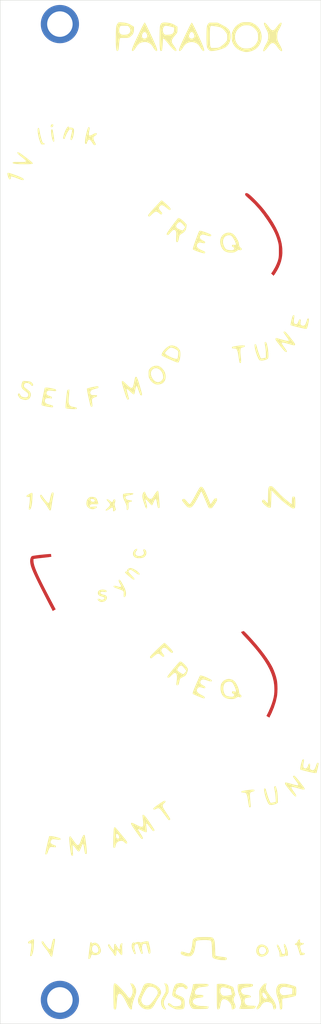
<source format=kicad_pcb>
(kicad_pcb (version 20171130) (host pcbnew "(5.1.10)-1")
  (layers (0 F.Cu signal) (31 B.Cu signal) (34 B.Paste user) (35 F.Paste user) (36 B.SilkS user) (37 F.SilkS user) (38 B.Mask user) (39 F.Mask user) (44 Edge.Cuts user))
  (net 0 "")
  (module user-panel:Screw_3M_Hole (layer F.Cu) (at 6.35 6.25)
    (fp_text reference screwhole* hide)
    (fp_text value VAL** hide)
    (pad "" thru_hole circle (at 0 0) (size 4.8 4.8) (drill 3.2) (layers *.Cu *.Mask))
  )
  (module user-panel:Screw_3M_Hole (layer F.Cu) (at 6.35 -116.25)
    (fp_text reference screwhole* hide)
    (fp_text value VAL** hide)
    (pad "" thru_hole circle (at 0 0) (size 4.8 4.8) (drill 3.2) (layers *.Cu *.Mask))
  )
  (module user-artwork:paradox-white (layer F.Cu) (at 19 -55)
    (fp_text reference G*** hide)
    (fp_text value LOGO hide)
  )
  (module user-artwork:paradox-green (layer F.Cu) (at 19 -55)
    (fp_text reference G*** hide)
    (fp_text value LOGO hide)
  )
  (module user-artwork:paradox-gold-mask (layer F.Cu) (at 19 -55)
    (fp_text reference G*** hide)
    (fp_text value LOGO hide)
  )
  (module user-artwork:paradox-gold (layer F.Cu) (at 19 -55)
    (fp_text reference G*** hide)
    (fp_text value LOGO hide)
    (fp_poly (pts (xy 10.897626 -40.014434) (xy 10.965044 -39.983466) (xy 11.095911 -39.897586) (xy 11.271208 -39.755352) (xy 11.481845 -39.566016) (xy 11.718733 -39.338831) (xy 11.972782 -39.083048) (xy 12.234903 -38.807921) (xy 12.496005 -38.5227) (xy 12.747 -38.236639) (xy 12.978799 -37.958988) (xy 13.085735 -37.824834) (xy 13.637681 -37.081341) (xy 14.109792 -36.362575) (xy 14.502702 -35.666932) (xy 14.817044 -34.992807) (xy 15.053451 -34.338592) (xy 15.212556 -33.702685) (xy 15.294993 -33.083478) (xy 15.301394 -32.479368) (xy 15.283853 -32.251769) (xy 15.228731 -31.86462) (xy 15.140825 -31.484303) (xy 15.016532 -31.104849) (xy 14.852249 -30.720289) (xy 14.644373 -30.324654) (xy 14.389303 -29.911974) (xy 14.083435 -29.476281) (xy 13.723166 -29.011606) (xy 13.304893 -28.511979) (xy 12.825015 -27.971432) (xy 12.464216 -27.580167) (xy 12.214097 -27.312617) (xy 12.014754 -27.100536) (xy 11.859211 -26.937483) (xy 11.740495 -26.817014) (xy 11.651631 -26.732684) (xy 11.585643 -26.678051) (xy 11.535557 -26.646671) (xy 11.494399 -26.632101) (xy 11.455193 -26.627896) (xy 11.433194 -26.627667) (xy 11.33366 -26.644175) (xy 11.285857 -26.706308) (xy 11.27904 -26.729558) (xy 11.270408 -26.792591) (xy 11.281481 -26.858284) (xy 11.31895 -26.935839) (xy 11.389502 -27.034459) (xy 11.499826 -27.163346) (xy 11.65661 -27.331703) (xy 11.866543 -27.548731) (xy 11.897272 -27.580167) (xy 12.4644 -28.177152) (xy 12.975247 -28.750626) (xy 13.427162 -29.297092) (xy 13.817498 -29.813052) (xy 14.143603 -30.295012) (xy 14.40283 -30.739472) (xy 14.587914 -31.131558) (xy 14.689686 -31.389821) (xy 14.764886 -31.608348) (xy 14.817336 -31.80878) (xy 14.85086 -32.012759) (xy 14.869282 -32.241924) (xy 14.876425 -32.517917) (xy 14.876694 -32.766) (xy 14.874068 -33.049643) (xy 14.867907 -33.268607) (xy 14.856247 -33.442868) (xy 14.837125 -33.5924) (xy 14.808579 -33.737177) (xy 14.768644 -33.897173) (xy 14.763688 -33.91575) (xy 14.651857 -34.297723) (xy 14.524193 -34.660013) (xy 14.373826 -35.016658) (xy 14.193883 -35.381693) (xy 13.977494 -35.769155) (xy 13.717788 -36.19308) (xy 13.440708 -36.618334) (xy 12.912493 -37.368701) (xy 12.373304 -38.047418) (xy 11.811903 -38.667502) (xy 11.217054 -39.241968) (xy 11.041035 -39.398104) (xy 10.868758 -39.549981) (xy 10.751661 -39.659796) (xy 10.679839 -39.739637) (xy 10.643389 -39.801595) (xy 10.632408 -39.857759) (xy 10.634041 -39.894931) (xy 10.673513 -40.002253) (xy 10.762419 -40.042367) (xy 10.897626 -40.014434)) (layer F.Cu) (width 0.01))
    (fp_poly (pts (xy -13.724325 5.277834) (xy -13.659531 5.30406) (xy -13.6217 5.367098) (xy -13.614052 5.387582) (xy -13.594627 5.455192) (xy -13.595687 5.509772) (xy -13.625733 5.554088) (xy -13.693264 5.590902) (xy -13.806781 5.62298) (xy -13.974785 5.653084) (xy -14.205775 5.683979) (xy -14.508254 5.718429) (xy -14.692354 5.738213) (xy -14.982051 5.76968) (xy -15.251356 5.800159) (xy -15.486225 5.827963) (xy -15.672616 5.851406) (xy -15.796484 5.8688) (xy -15.832666 5.875135) (xy -15.980833 5.906528) (xy -15.971445 6.161736) (xy -15.958659 6.31112) (xy -15.929497 6.478762) (xy -15.88213 6.668658) (xy -15.814728 6.884806) (xy -15.725462 7.131203) (xy -15.612502 7.411845) (xy -15.47402 7.730731) (xy -15.308185 8.091857) (xy -15.113169 8.499221) (xy -14.887141 8.956819) (xy -14.628273 9.468648) (xy -14.334734 10.038707) (xy -14.004696 10.670992) (xy -13.63633 11.3695) (xy -13.286673 12.027752) (xy -13.091328 12.395326) (xy -12.932884 12.695895) (xy -12.80788 12.936882) (xy -12.712854 13.125709) (xy -12.644345 13.269796) (xy -12.59889 13.376566) (xy -12.573028 13.453441) (xy -12.563298 13.507843) (xy -12.566237 13.547193) (xy -12.57091 13.562335) (xy -12.626555 13.647142) (xy -12.723044 13.673417) (xy -12.738787 13.673666) (xy -12.839998 13.657286) (xy -12.898585 13.62075) (xy -12.950306 13.533108) (xy -13.036136 13.378384) (xy -13.151719 13.164923) (xy -13.292698 12.901068) (xy -13.454718 12.595161) (xy -13.633421 12.255547) (xy -13.824453 11.89057) (xy -14.023457 11.508571) (xy -14.226076 11.117896) (xy -14.427956 10.726888) (xy -14.624739 10.343889) (xy -14.812069 9.977244) (xy -14.985591 9.635296) (xy -15.140948 9.326389) (xy -15.147476 9.313333) (xy -15.40697 8.790773) (xy -15.628888 8.335642) (xy -15.815943 7.940902) (xy -15.970849 7.599517) (xy -16.096321 7.304448) (xy -16.195071 7.04866) (xy -16.269815 6.825115) (xy -16.323265 6.626776) (xy -16.358137 6.446606) (xy -16.377143 6.277568) (xy -16.382998 6.112625) (xy -16.383 6.109702) (xy -16.364349 5.927055) (xy -16.314719 5.75578) (xy -16.243596 5.61854) (xy -16.160464 5.537999) (xy -16.140293 5.529774) (xy -16.025296 5.504567) (xy -15.841685 5.474588) (xy -15.605264 5.441595) (xy -15.331832 5.407345) (xy -15.037192 5.373598) (xy -14.737145 5.34211) (xy -14.447492 5.31464) (xy -14.184036 5.292946) (xy -13.962577 5.278786) (xy -13.844709 5.274371) (xy -13.724325 5.277834)) (layer F.Cu) (width 0.01))
    (fp_poly (pts (xy 10.358254 14.882056) (xy 10.455515 14.947537) (xy 10.583421 15.059681) (xy 10.750156 15.224068) (xy 10.963908 15.446277) (xy 10.97905 15.46225) (xy 11.518645 16.04703) (xy 12.027785 16.629236) (xy 12.500938 17.201588) (xy 12.93257 17.756806) (xy 13.31715 18.287607) (xy 13.649145 18.786713) (xy 13.923022 19.246843) (xy 14.073469 19.534224) (xy 14.243433 19.917025) (xy 14.397369 20.331768) (xy 14.524618 20.746553) (xy 14.614523 21.129476) (xy 14.624234 21.182795) (xy 14.66124 21.477474) (xy 14.682558 21.827164) (xy 14.688226 22.203683) (xy 14.678286 22.57885) (xy 14.652778 22.924483) (xy 14.621416 23.159456) (xy 14.471385 23.826915) (xy 14.244134 24.5274) (xy 13.940061 25.260114) (xy 13.559563 26.024259) (xy 13.103036 26.819038) (xy 12.570878 27.643652) (xy 11.968664 28.490333) (xy 11.7367 28.799963) (xy 11.547034 29.046168) (xy 11.393946 29.235259) (xy 11.271718 29.373545) (xy 11.174631 29.467338) (xy 11.096966 29.522947) (xy 11.033005 29.546682) (xy 11.009534 29.548666) (xy 10.914141 29.539282) (xy 10.865556 29.520444) (xy 10.841213 29.473132) (xy 10.848493 29.403005) (xy 10.891824 29.301739) (xy 10.975634 29.161012) (xy 11.10435 28.972499) (xy 11.2824 28.727877) (xy 11.2992 28.705241) (xy 11.877723 27.904927) (xy 12.389739 27.150134) (xy 12.837496 26.436973) (xy 13.22324 25.761551) (xy 13.549217 25.11998) (xy 13.817675 24.508369) (xy 13.989625 24.046574) (xy 14.119898 23.636685) (xy 14.212041 23.272229) (xy 14.270926 22.925708) (xy 14.301424 22.569621) (xy 14.308667 22.245297) (xy 14.285677 21.751232) (xy 14.215162 21.2575) (xy 14.094803 20.760008) (xy 13.92228 20.254659) (xy 13.695274 19.737357) (xy 13.411466 19.204008) (xy 13.068536 18.650516) (xy 12.664166 18.072785) (xy 12.196037 17.46672) (xy 11.661828 16.828224) (xy 11.059221 16.153204) (xy 10.551584 15.610631) (xy 10.361662 15.405902) (xy 10.229458 15.248475) (xy 10.149827 15.128937) (xy 10.117623 15.037876) (xy 10.127699 14.965879) (xy 10.168467 14.9098) (xy 10.222916 14.868767) (xy 10.28345 14.857659) (xy 10.358254 14.882056)) (layer F.Cu) (width 0.01))
  )
  (module user-panel:SW_Standard (layer F.Cu) (at 8.399 -50.019)
    (fp_text reference switchhole* hide)
    (fp_text value VAL** hide)
    (pad "" np_thru_hole circle (at 0 0) (size 6.35 6.35) (drill 6.35) (layers *.Cu *.Mask))
  )
  (module user-panel:Trimmer (layer F.Cu) (at 14.75 -37.5)
    (fp_text reference trim_hole hide)
    (fp_text value VAL** hide)
    (pad "" np_thru_hole circle (at 0 0) (size 2.6 2.6) (drill 2.6) (layers *.Cu *.Mask))
  )
  (module user-panel:Trimmer (layer F.Cu) (at 14.75 -93.419)
    (fp_text reference trim_hole hide)
    (fp_text value VAL** hide)
    (pad "" np_thru_hole circle (at 0 0) (size 2.6 2.6) (drill 2.6) (layers *.Cu *.Mask))
  )
  (module user-panel:Trimmer (layer F.Cu) (at 17.299001 -54.005)
    (fp_text reference trim_hole hide)
    (fp_text value VAL** hide)
    (pad "" np_thru_hole circle (at 0 0) (size 2.6 2.6) (drill 2.6) (layers *.Cu *.Mask))
  )
  (module user-panel:Jack (layer F.Cu) (at 34 -6.5)
    (fp_text reference jackhole* hide)
    (fp_text value VAL** hide)
    (pad "" np_thru_hole circle (at 0 0) (size 6.1 6.1) (drill 6.1) (layers *.Cu *.Mask))
  )
  (module user-panel:Jack (layer F.Cu) (at 24 -6.5)
    (fp_text reference jackhole* hide)
    (fp_text value VAL** hide)
    (pad "" np_thru_hole circle (at 0 0) (size 6.1 6.1) (drill 6.1) (layers *.Cu *.Mask))
  )
  (module user-panel:Jack (layer F.Cu) (at 14 -6.5)
    (fp_text reference jackhole* hide)
    (fp_text value VAL** hide)
    (pad "" np_thru_hole circle (at 0 0) (size 6.1 6.1) (drill 6.1) (layers *.Cu *.Mask))
  )
  (module user-panel:Jack (layer F.Cu) (at 4 -6.5)
    (fp_text reference jackhole* hide)
    (fp_text value VAL** hide)
    (pad "" np_thru_hole circle (at 0 0) (size 6.1 6.1) (drill 6.1) (layers *.Cu *.Mask))
  )
  (module user-panel:Jack (layer F.Cu) (at 7.214 -40.064)
    (fp_text reference jackhole* hide)
    (fp_text value VAL** hide)
    (pad "" np_thru_hole circle (at 0 0) (size 6.1 6.1) (drill 6.1) (layers *.Cu *.Mask))
  )
  (module user-panel:Jack (layer F.Cu) (at 34 -62.419)
    (fp_text reference jackhole* hide)
    (fp_text value VAL** hide)
    (pad "" np_thru_hole circle (at 0 0) (size 6.1 6.1) (drill 6.1) (layers *.Cu *.Mask))
  )
  (module user-panel:Jack (layer F.Cu) (at 24 -62.419)
    (fp_text reference jackhole* hide)
    (fp_text value VAL** hide)
    (pad "" np_thru_hole circle (at 0 0) (size 6.1 6.1) (drill 6.1) (layers *.Cu *.Mask))
  )
  (module user-panel:Jack (layer F.Cu) (at 14 -62.419)
    (fp_text reference jackhole* hide)
    (fp_text value VAL** hide)
    (pad "" np_thru_hole circle (at 0 0) (size 6.1 6.1) (drill 6.1) (layers *.Cu *.Mask))
  )
  (module user-panel:Jack (layer F.Cu) (at 4 -62.419)
    (fp_text reference jackhole* hide)
    (fp_text value VAL** hide)
    (pad "" np_thru_hole circle (at 0 0) (size 6.1 6.1) (drill 6.1) (layers *.Cu *.Mask))
  )
  (module user-panel:Jack (layer F.Cu) (at 7.214 -95.983)
    (fp_text reference jackhole* hide)
    (fp_text value VAL** hide)
    (pad "" np_thru_hole circle (at 0 0) (size 6.1 6.1) (drill 6.1) (layers *.Cu *.Mask))
  )
  (module user-panel:Pot_Plastic_Shaft (layer F.Cu) (at 30.705 -26.28)
    (fp_text reference pothole hide)
    (fp_text value VAL** hide)
    (pad "" np_thru_hole circle (at 0 0) (size 7 7) (drill 7) (layers *.Cu *.Mask))
  )
  (module user-panel:Pot_Plastic_Shaft (layer F.Cu) (at 30.705 -82.199)
    (fp_text reference pothole hide)
    (fp_text value VAL** hide)
    (pad "" np_thru_hole circle (at 0 0) (size 7 7) (drill 7) (layers *.Cu *.Mask))
  )
  (module user-panel:Pot_9mm_Anti-Slip (layer F.Cu) (at 10 -23.191)
    (fp_text reference pothole hide)
    (fp_text value VAL** hide)
    (pad "" np_thru_hole circle (at 0 0) (size 7.5 7.5) (drill 7.5) (layers *.Cu *.Mask))
    (pad "" np_thru_hole oval (at 0 6) (size 2.3 1.2) (drill oval 2.3 1.2) (layers *.Cu *.Mask))
  )
  (module user-panel:Pot_9mm_Anti-Slip (layer F.Cu) (at 28 -43.528)
    (fp_text reference pothole hide)
    (fp_text value VAL** hide)
    (pad "" np_thru_hole oval (at 0 6) (size 2.3 1.2) (drill oval 2.3 1.2) (layers *.Cu *.Mask))
    (pad "" np_thru_hole circle (at 0 0) (size 7.5 7.5) (drill 7.5) (layers *.Cu *.Mask))
  )
  (module user-panel:Pot_9mm_Anti-Slip (layer F.Cu) (at 10 -79.109)
    (fp_text reference pothole hide)
    (fp_text value VAL** hide)
    (pad "" np_thru_hole circle (at 0 0) (size 7.5 7.5) (drill 7.5) (layers *.Cu *.Mask))
    (pad "" np_thru_hole oval (at 0 6) (size 2.3 1.2) (drill oval 2.3 1.2) (layers *.Cu *.Mask))
  )
  (module user-panel:Pot_9mm_Anti-Slip (layer F.Cu) (at 28 -99.447)
    (fp_text reference pothole hide)
    (fp_text value VAL** hide)
    (pad "" np_thru_hole oval (at 0 6) (size 2.3 1.2) (drill oval 2.3 1.2) (layers *.Cu *.Mask))
    (pad "" np_thru_hole circle (at 0 0) (size 7.5 7.5) (drill 7.5) (layers *.Cu *.Mask))
  )
  (gr_line (start 39.15 -119.25) (end -1.15 -119.25) (layer Edge.Cuts) (width 0.05))
  (gr_line (start 39.15 9.25) (end 39.15 -119.25) (layer Edge.Cuts) (width 0.05))
  (gr_line (start -1.15 9.25) (end 39.15 9.25) (layer Edge.Cuts) (width 0.05))
  (gr_line (start -1.15 9.25) (end -1.15 -119.25) (layer Edge.Cuts) (width 0.05))
)
</source>
